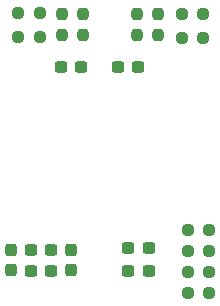
<source format=gbp>
G04 #@! TF.GenerationSoftware,KiCad,Pcbnew,7.0.9-7.0.9~ubuntu20.04.1*
G04 #@! TF.CreationDate,2023-12-17T15:18:06+01:00*
G04 #@! TF.ProjectId,kicad-pmod_rs485,6b696361-642d-4706-9d6f-645f72733438,rev?*
G04 #@! TF.SameCoordinates,Original*
G04 #@! TF.FileFunction,Paste,Bot*
G04 #@! TF.FilePolarity,Positive*
%FSLAX46Y46*%
G04 Gerber Fmt 4.6, Leading zero omitted, Abs format (unit mm)*
G04 Created by KiCad (PCBNEW 7.0.9-7.0.9~ubuntu20.04.1) date 2023-12-17 15:18:06*
%MOMM*%
%LPD*%
G01*
G04 APERTURE LIST*
G04 Aperture macros list*
%AMRoundRect*
0 Rectangle with rounded corners*
0 $1 Rounding radius*
0 $2 $3 $4 $5 $6 $7 $8 $9 X,Y pos of 4 corners*
0 Add a 4 corners polygon primitive as box body*
4,1,4,$2,$3,$4,$5,$6,$7,$8,$9,$2,$3,0*
0 Add four circle primitives for the rounded corners*
1,1,$1+$1,$2,$3*
1,1,$1+$1,$4,$5*
1,1,$1+$1,$6,$7*
1,1,$1+$1,$8,$9*
0 Add four rect primitives between the rounded corners*
20,1,$1+$1,$2,$3,$4,$5,0*
20,1,$1+$1,$4,$5,$6,$7,0*
20,1,$1+$1,$6,$7,$8,$9,0*
20,1,$1+$1,$8,$9,$2,$3,0*%
G04 Aperture macros list end*
%ADD10RoundRect,0.237500X-0.237500X0.287500X-0.237500X-0.287500X0.237500X-0.287500X0.237500X0.287500X0*%
%ADD11RoundRect,0.237500X-0.250000X-0.237500X0.250000X-0.237500X0.250000X0.237500X-0.250000X0.237500X0*%
%ADD12RoundRect,0.237500X0.300000X0.237500X-0.300000X0.237500X-0.300000X-0.237500X0.300000X-0.237500X0*%
%ADD13RoundRect,0.237500X-0.300000X-0.237500X0.300000X-0.237500X0.300000X0.237500X-0.300000X0.237500X0*%
%ADD14RoundRect,0.237500X0.237500X-0.250000X0.237500X0.250000X-0.237500X0.250000X-0.237500X-0.250000X0*%
%ADD15RoundRect,0.237500X-0.237500X0.250000X-0.237500X-0.250000X0.237500X-0.250000X0.237500X0.250000X0*%
%ADD16RoundRect,0.237500X0.250000X0.237500X-0.250000X0.237500X-0.250000X-0.237500X0.250000X-0.237500X0*%
G04 APERTURE END LIST*
D10*
X119380000Y-96788000D03*
X119380000Y-98538000D03*
D11*
X133834500Y-76811500D03*
X135659500Y-76811500D03*
D12*
X122782500Y-98552000D03*
X121057500Y-98552000D03*
D13*
X129312500Y-96647000D03*
X131037500Y-96647000D03*
D14*
X130048000Y-78636500D03*
X130048000Y-76811500D03*
D15*
X131826000Y-76788000D03*
X131826000Y-78613000D03*
D12*
X122782500Y-96774000D03*
X121057500Y-96774000D03*
X125322500Y-81280000D03*
X123597500Y-81280000D03*
D11*
X133834500Y-78843500D03*
X135659500Y-78843500D03*
D12*
X130148500Y-81280000D03*
X128423500Y-81280000D03*
D13*
X129312500Y-98552000D03*
X131037500Y-98552000D03*
D15*
X123698000Y-76811500D03*
X123698000Y-78636500D03*
D10*
X124460000Y-96774000D03*
X124460000Y-98524000D03*
D16*
X121816500Y-78740000D03*
X119991500Y-78740000D03*
D15*
X125476000Y-76811500D03*
X125476000Y-78636500D03*
D16*
X136167500Y-98679000D03*
X134342500Y-98679000D03*
X136167500Y-96901000D03*
X134342500Y-96901000D03*
X121816500Y-76708000D03*
X119991500Y-76708000D03*
X136167500Y-95123000D03*
X134342500Y-95123000D03*
X136167500Y-100457000D03*
X134342500Y-100457000D03*
M02*

</source>
